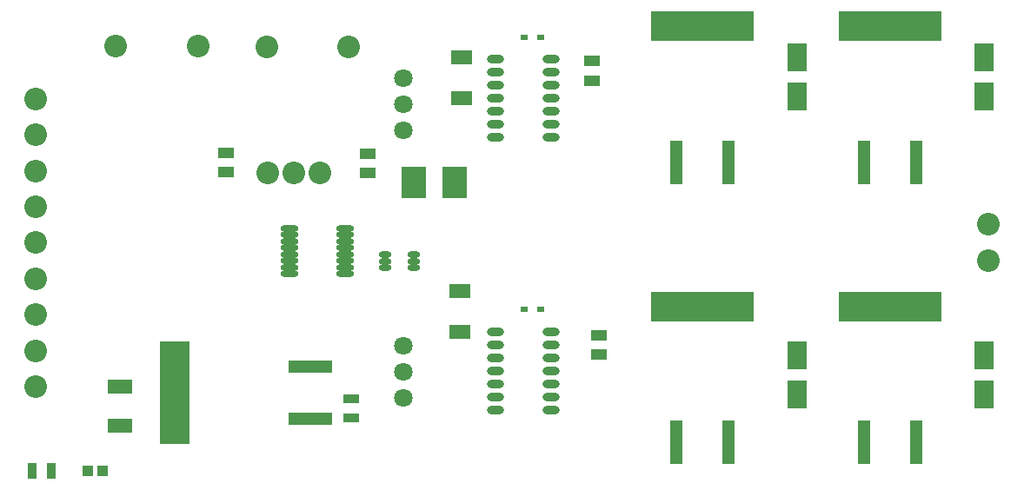
<source format=gts>
G04 Layer_Color=8388736*
%FSLAX25Y25*%
%MOIN*%
G70*
G01*
G75*
%ADD37R,0.07965X0.05800*%
%ADD38R,0.17139X0.04934*%
%ADD39R,0.11430X0.39383*%
%ADD40R,0.03556X0.05918*%
%ADD41R,0.09265X0.05800*%
%ADD42R,0.05918X0.03556*%
%ADD43O,0.06509X0.03162*%
%ADD44O,0.04737X0.02375*%
%ADD45R,0.03950X0.03950*%
%ADD46R,0.07493X0.10642*%
%ADD47R,0.05918X0.04343*%
%ADD48R,0.09816X0.12296*%
%ADD49O,0.06706X0.02572*%
%ADD50R,0.02965X0.02375*%
%ADD51R,0.04934X0.17139*%
%ADD52R,0.39383X0.11430*%
%ADD53C,0.07099*%
%ADD54C,0.08674*%
D37*
X275590Y248031D02*
D03*
Y263779D02*
D03*
X274803Y174016D02*
D03*
Y158268D02*
D03*
D38*
X217520Y125039D02*
D03*
Y145039D02*
D03*
D39*
X165354Y135039D02*
D03*
D40*
X118307Y105118D02*
D03*
X110827D02*
D03*
D41*
X144488Y137402D02*
D03*
Y122441D02*
D03*
D42*
X233071Y132677D02*
D03*
Y125197D02*
D03*
D43*
X288484Y263032D02*
D03*
Y258032D02*
D03*
Y253031D02*
D03*
Y248031D02*
D03*
Y243032D02*
D03*
Y238032D02*
D03*
Y233032D02*
D03*
X309941Y263032D02*
D03*
Y258032D02*
D03*
Y253031D02*
D03*
Y248031D02*
D03*
Y243032D02*
D03*
Y238032D02*
D03*
Y233032D02*
D03*
X288484Y158307D02*
D03*
Y153307D02*
D03*
Y148307D02*
D03*
Y143307D02*
D03*
Y138307D02*
D03*
Y133307D02*
D03*
Y128307D02*
D03*
X309941Y158307D02*
D03*
Y153307D02*
D03*
Y148307D02*
D03*
Y143307D02*
D03*
Y138307D02*
D03*
Y133307D02*
D03*
Y128307D02*
D03*
D44*
X246063Y187992D02*
D03*
Y185433D02*
D03*
Y182874D02*
D03*
X257087Y187992D02*
D03*
Y185433D02*
D03*
Y182874D02*
D03*
D45*
X132087Y105118D02*
D03*
X137992D02*
D03*
D46*
X475984Y134252D02*
D03*
Y149213D02*
D03*
X404331Y134252D02*
D03*
Y149213D02*
D03*
X475984Y248819D02*
D03*
Y263779D02*
D03*
X404331Y248819D02*
D03*
Y263779D02*
D03*
D47*
X325590Y254724D02*
D03*
Y262205D02*
D03*
X328346Y149606D02*
D03*
Y157087D02*
D03*
X239370Y226772D02*
D03*
Y219291D02*
D03*
X185039Y227165D02*
D03*
Y219685D02*
D03*
D48*
X272835Y215748D02*
D03*
X257087D02*
D03*
D49*
X209449Y198120D02*
D03*
Y195620D02*
D03*
Y193120D02*
D03*
Y190620D02*
D03*
Y188120D02*
D03*
Y185620D02*
D03*
Y183120D02*
D03*
Y180620D02*
D03*
X230709Y198120D02*
D03*
Y195620D02*
D03*
Y193120D02*
D03*
Y190620D02*
D03*
Y188120D02*
D03*
Y185620D02*
D03*
Y183120D02*
D03*
Y180620D02*
D03*
D50*
X305906Y271260D02*
D03*
X299606D02*
D03*
X305906Y166929D02*
D03*
X299606D02*
D03*
D51*
X429764Y223425D02*
D03*
X449764D02*
D03*
X357716D02*
D03*
X377716D02*
D03*
X429764Y115945D02*
D03*
X449764D02*
D03*
X357716Y115945D02*
D03*
X377716D02*
D03*
D52*
X439764Y275590D02*
D03*
X367717D02*
D03*
X439764Y168110D02*
D03*
X367717Y168110D02*
D03*
D53*
X253150Y133150D02*
D03*
Y143150D02*
D03*
Y153150D02*
D03*
X253151Y255512D02*
D03*
Y245512D02*
D03*
Y235512D02*
D03*
D54*
X112205Y151138D02*
D03*
Y137402D02*
D03*
Y164961D02*
D03*
Y192520D02*
D03*
Y178740D02*
D03*
Y206299D02*
D03*
Y220079D02*
D03*
Y233858D02*
D03*
Y247638D02*
D03*
X232283Y267717D02*
D03*
X200787D02*
D03*
X142913Y268110D02*
D03*
X174409D02*
D03*
X477559Y185827D02*
D03*
Y199606D02*
D03*
X221260Y219291D02*
D03*
X201260D02*
D03*
X211260D02*
D03*
M02*

</source>
